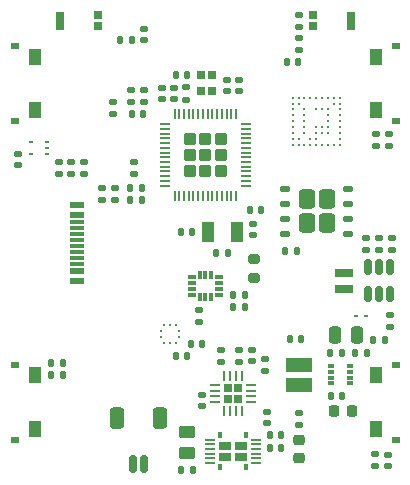
<source format=gtp>
%TF.GenerationSoftware,KiCad,Pcbnew,7.0.2-0*%
%TF.CreationDate,2023-07-17T22:15:49-04:00*%
%TF.ProjectId,ESPWatchS3,45535057-6174-4636-9853-332e6b696361,rev?*%
%TF.SameCoordinates,Original*%
%TF.FileFunction,Paste,Top*%
%TF.FilePolarity,Positive*%
%FSLAX46Y46*%
G04 Gerber Fmt 4.6, Leading zero omitted, Abs format (unit mm)*
G04 Created by KiCad (PCBNEW 7.0.2-0) date 2023-07-17 22:15:49*
%MOMM*%
%LPD*%
G01*
G04 APERTURE LIST*
G04 Aperture macros list*
%AMRoundRect*
0 Rectangle with rounded corners*
0 $1 Rounding radius*
0 $2 $3 $4 $5 $6 $7 $8 $9 X,Y pos of 4 corners*
0 Add a 4 corners polygon primitive as box body*
4,1,4,$2,$3,$4,$5,$6,$7,$8,$9,$2,$3,0*
0 Add four circle primitives for the rounded corners*
1,1,$1+$1,$2,$3*
1,1,$1+$1,$4,$5*
1,1,$1+$1,$6,$7*
1,1,$1+$1,$8,$9*
0 Add four rect primitives between the rounded corners*
20,1,$1+$1,$2,$3,$4,$5,0*
20,1,$1+$1,$4,$5,$6,$7,0*
20,1,$1+$1,$6,$7,$8,$9,0*
20,1,$1+$1,$8,$9,$2,$3,0*%
G04 Aperture macros list end*
%ADD10RoundRect,0.135000X-0.135000X-0.185000X0.135000X-0.185000X0.135000X0.185000X-0.135000X0.185000X0*%
%ADD11RoundRect,0.140000X0.140000X0.170000X-0.140000X0.170000X-0.140000X-0.170000X0.140000X-0.170000X0*%
%ADD12R,1.000000X1.800000*%
%ADD13RoundRect,0.140000X0.170000X-0.140000X0.170000X0.140000X-0.170000X0.140000X-0.170000X-0.140000X0*%
%ADD14R,1.150000X0.600000*%
%ADD15R,1.150000X0.300000*%
%ADD16RoundRect,0.135000X-0.185000X0.135000X-0.185000X-0.135000X0.185000X-0.135000X0.185000X0.135000X0*%
%ADD17R,1.050000X1.450000*%
%ADD18R,0.800000X0.600000*%
%ADD19RoundRect,0.140000X-0.140000X-0.170000X0.140000X-0.170000X0.140000X0.170000X-0.140000X0.170000X0*%
%ADD20C,0.270000*%
%ADD21RoundRect,0.225000X-0.225000X-0.250000X0.225000X-0.250000X0.225000X0.250000X-0.225000X0.250000X0*%
%ADD22R,0.800000X0.650000*%
%ADD23R,0.800000X1.600000*%
%ADD24RoundRect,0.200000X0.275000X-0.200000X0.275000X0.200000X-0.275000X0.200000X-0.275000X-0.200000X0*%
%ADD25RoundRect,0.147500X0.147500X0.172500X-0.147500X0.172500X-0.147500X-0.172500X0.147500X-0.172500X0*%
%ADD26R,0.475000X0.300000*%
%ADD27RoundRect,0.135000X0.185000X-0.135000X0.185000X0.135000X-0.185000X0.135000X-0.185000X-0.135000X0*%
%ADD28RoundRect,0.135000X0.135000X0.185000X-0.135000X0.185000X-0.135000X-0.185000X0.135000X-0.185000X0*%
%ADD29RoundRect,0.150000X-0.150000X0.512500X-0.150000X-0.512500X0.150000X-0.512500X0.150000X0.512500X0*%
%ADD30RoundRect,0.182500X-0.182500X-0.182500X0.182500X-0.182500X0.182500X0.182500X-0.182500X0.182500X0*%
%ADD31RoundRect,0.062500X-0.325000X-0.062500X0.325000X-0.062500X0.325000X0.062500X-0.325000X0.062500X0*%
%ADD32RoundRect,0.062500X-0.062500X-0.325000X0.062500X-0.325000X0.062500X0.325000X-0.062500X0.325000X0*%
%ADD33R,0.350000X0.250000*%
%ADD34RoundRect,0.140000X-0.170000X0.140000X-0.170000X-0.140000X0.170000X-0.140000X0.170000X0.140000X0*%
%ADD35R,0.275000X0.250000*%
%ADD36R,0.250000X0.275000*%
%ADD37R,0.700000X0.750000*%
%ADD38R,1.600000X0.650000*%
%ADD39RoundRect,0.147500X-0.147500X-0.172500X0.147500X-0.172500X0.147500X0.172500X-0.147500X0.172500X0*%
%ADD40R,2.300000X1.200000*%
%ADD41RoundRect,0.250000X-0.250000X-0.475000X0.250000X-0.475000X0.250000X0.475000X-0.250000X0.475000X0*%
%ADD42R,0.200000X0.200000*%
%ADD43O,0.850000X0.200000*%
%ADD44R,0.400000X0.575000*%
%ADD45R,1.100000X0.775000*%
%ADD46RoundRect,0.062500X-0.117500X-0.062500X0.117500X-0.062500X0.117500X0.062500X-0.117500X0.062500X0*%
%ADD47RoundRect,0.031500X-0.263500X-0.143500X0.263500X-0.143500X0.263500X0.143500X-0.263500X0.143500X0*%
%ADD48RoundRect,0.031500X0.143500X-0.263500X0.143500X0.263500X-0.143500X0.263500X-0.143500X-0.263500X0*%
%ADD49RoundRect,0.031500X0.263500X0.143500X-0.263500X0.143500X-0.263500X-0.143500X0.263500X-0.143500X0*%
%ADD50RoundRect,0.031500X-0.143500X0.263500X-0.143500X-0.263500X0.143500X-0.263500X0.143500X0.263500X0*%
%ADD51RoundRect,0.250000X-0.450000X0.262500X-0.450000X-0.262500X0.450000X-0.262500X0.450000X0.262500X0*%
%ADD52RoundRect,0.150000X0.150000X0.625000X-0.150000X0.625000X-0.150000X-0.625000X0.150000X-0.625000X0*%
%ADD53RoundRect,0.250000X0.350000X0.650000X-0.350000X0.650000X-0.350000X-0.650000X0.350000X-0.650000X0*%
%ADD54RoundRect,0.250000X0.435000X0.555000X-0.435000X0.555000X-0.435000X-0.555000X0.435000X-0.555000X0*%
%ADD55RoundRect,0.125000X0.262500X0.125000X-0.262500X0.125000X-0.262500X-0.125000X0.262500X-0.125000X0*%
%ADD56RoundRect,0.218750X0.256250X-0.218750X0.256250X0.218750X-0.256250X0.218750X-0.256250X-0.218750X0*%
%ADD57RoundRect,0.250000X-0.285000X-0.285000X0.285000X-0.285000X0.285000X0.285000X-0.285000X0.285000X0*%
%ADD58RoundRect,0.050000X-0.350000X-0.050000X0.350000X-0.050000X0.350000X0.050000X-0.350000X0.050000X0*%
%ADD59RoundRect,0.050000X-0.050000X-0.350000X0.050000X-0.350000X0.050000X0.350000X-0.050000X0.350000X0*%
G04 APERTURE END LIST*
D10*
X56640000Y-46850000D03*
X57660000Y-46850000D03*
D11*
X52130000Y-45600000D03*
X51170000Y-45600000D03*
D12*
X46700000Y-36600000D03*
X44200000Y-36600000D03*
D13*
X57600000Y-38080000D03*
X57600000Y-37120000D03*
D14*
X33180000Y-34300000D03*
X33180000Y-35100000D03*
D15*
X33180000Y-36250000D03*
X33180000Y-37250000D03*
X33180000Y-37750000D03*
X33180000Y-38750000D03*
D14*
X33180000Y-39900000D03*
X33180000Y-40700000D03*
X33180000Y-40700000D03*
X33180000Y-39900000D03*
D15*
X33180000Y-39250000D03*
X33180000Y-38250000D03*
X33180000Y-36750000D03*
X33180000Y-35750000D03*
D14*
X33180000Y-35100000D03*
X33180000Y-34300000D03*
D16*
X33700000Y-30640000D03*
X33700000Y-31660000D03*
D10*
X44940000Y-38350000D03*
X45960000Y-38350000D03*
D17*
X29575000Y-21725000D03*
X29575000Y-26275000D03*
D18*
X27850000Y-20800000D03*
X27850000Y-27200000D03*
D19*
X49470000Y-53800000D03*
X50430000Y-53800000D03*
D20*
X51400000Y-29200000D03*
X51400000Y-28700000D03*
X51400000Y-28200000D03*
X51400000Y-27700000D03*
X51400000Y-27200000D03*
X51400000Y-26700000D03*
X51400000Y-26200000D03*
X51400000Y-25700000D03*
X51400000Y-25200000D03*
X51900000Y-29200000D03*
X51900000Y-28700000D03*
X51900000Y-25700000D03*
X51900000Y-25200000D03*
X52400000Y-29200000D03*
X52400000Y-28200000D03*
X52400000Y-27700000D03*
X52400000Y-27200000D03*
X52400000Y-26700000D03*
X52400000Y-26200000D03*
X52400000Y-25200000D03*
X52900000Y-29200000D03*
X52900000Y-28700000D03*
X52900000Y-25200000D03*
X53400000Y-29200000D03*
X53400000Y-28700000D03*
X53400000Y-28200000D03*
X53400000Y-27700000D03*
X53400000Y-26200000D03*
X53400000Y-25200000D03*
X53900000Y-29200000D03*
X53900000Y-28200000D03*
X53900000Y-27700000D03*
X53900000Y-26200000D03*
X53900000Y-25200000D03*
X54400000Y-29200000D03*
X54400000Y-28200000D03*
X54400000Y-27700000D03*
X54400000Y-27200000D03*
X54400000Y-26700000D03*
X54400000Y-26200000D03*
X54400000Y-25200000D03*
X54900000Y-29200000D03*
X54900000Y-25700000D03*
X54900000Y-25200000D03*
X55400000Y-29200000D03*
X55400000Y-28700000D03*
X55400000Y-28200000D03*
X55400000Y-27700000D03*
X55400000Y-27200000D03*
X55400000Y-26700000D03*
X55400000Y-26200000D03*
X55400000Y-25700000D03*
X55400000Y-25200000D03*
D21*
X54875000Y-51750000D03*
X56425000Y-51750000D03*
D16*
X38000000Y-30640000D03*
X38000000Y-31660000D03*
D13*
X40300000Y-25330000D03*
X40300000Y-24370000D03*
D22*
X34900000Y-19175000D03*
X34900000Y-18225000D03*
D23*
X31700000Y-18700000D03*
D13*
X41350000Y-25330000D03*
X41350000Y-24370000D03*
D24*
X48100000Y-40475000D03*
X48100000Y-38825000D03*
D25*
X37785000Y-20300000D03*
X36815000Y-20300000D03*
D13*
X58450000Y-29280000D03*
X58450000Y-28320000D03*
D26*
X54612000Y-47900000D03*
X54612000Y-48400000D03*
X54612000Y-48900000D03*
X54612000Y-49400000D03*
X56288000Y-49400000D03*
X56288000Y-48900000D03*
X56288000Y-48400000D03*
X56288000Y-47900000D03*
D10*
X30940000Y-47650000D03*
X31960000Y-47650000D03*
D16*
X59650000Y-43640000D03*
X59650000Y-44660000D03*
D17*
X58425000Y-53275000D03*
X58425000Y-48725000D03*
D18*
X60150000Y-54200000D03*
X60150000Y-47800000D03*
D22*
X53100000Y-19175000D03*
X53100000Y-18225000D03*
D23*
X56300000Y-18700000D03*
D16*
X58400000Y-55390000D03*
X58400000Y-56410000D03*
D19*
X49470000Y-54900000D03*
X50430000Y-54900000D03*
D27*
X36150000Y-26610000D03*
X36150000Y-25590000D03*
D28*
X38610000Y-32850000D03*
X37590000Y-32850000D03*
D13*
X37700000Y-25530000D03*
X37700000Y-24570000D03*
D29*
X59650000Y-39575000D03*
X58700000Y-39575000D03*
X57750000Y-39575000D03*
X57750000Y-41850000D03*
X58700000Y-41850000D03*
X59650000Y-41850000D03*
D30*
X45900000Y-49800000D03*
X45900000Y-50700000D03*
X46800000Y-49800000D03*
X46800000Y-50700000D03*
D31*
X44862500Y-49500000D03*
X44862500Y-50000000D03*
X44862500Y-50500000D03*
X44862500Y-51000000D03*
D32*
X45600000Y-51737500D03*
X46100000Y-51737500D03*
X46600000Y-51737500D03*
X47100000Y-51737500D03*
D31*
X47837500Y-51000000D03*
X47837500Y-50500000D03*
X47837500Y-50000000D03*
X47837500Y-49500000D03*
D32*
X47100000Y-48762500D03*
X46600000Y-48762500D03*
X46100000Y-48762500D03*
X45600000Y-48762500D03*
D33*
X30630000Y-29950000D03*
X30630000Y-29450000D03*
X30630000Y-28950000D03*
X29270000Y-28950000D03*
X29270000Y-29950000D03*
D16*
X59550000Y-28290000D03*
X59550000Y-29310000D03*
D11*
X51880000Y-22200000D03*
X50920000Y-22200000D03*
D34*
X28150000Y-29970000D03*
X28150000Y-30930000D03*
D19*
X46370000Y-42950000D03*
X47330000Y-42950000D03*
D35*
X41762500Y-45500000D03*
X41762500Y-45000000D03*
D36*
X41500000Y-44487500D03*
X41000000Y-44487500D03*
X40500000Y-44487500D03*
D35*
X40237500Y-45000000D03*
X40237500Y-45500000D03*
D36*
X40500000Y-46012500D03*
X41000000Y-46012500D03*
X41500000Y-46012500D03*
D27*
X36350000Y-33910000D03*
X36350000Y-32890000D03*
D11*
X42880000Y-36600000D03*
X41920000Y-36600000D03*
D37*
X44600000Y-24625000D03*
X44600000Y-23275000D03*
X43600000Y-23275000D03*
X43600000Y-24625000D03*
D13*
X45800000Y-24630000D03*
X45800000Y-23670000D03*
X58700000Y-38080000D03*
X58700000Y-37120000D03*
D19*
X42770000Y-46050000D03*
X43730000Y-46050000D03*
D13*
X51900000Y-19180000D03*
X51900000Y-18220000D03*
D38*
X55750000Y-40050000D03*
X55750000Y-41400000D03*
D27*
X35300000Y-33910000D03*
X35300000Y-32890000D03*
D18*
X60150000Y-20800000D03*
X60150000Y-27200000D03*
D17*
X58425000Y-21725000D03*
X58425000Y-26275000D03*
D28*
X38610000Y-33900000D03*
X37590000Y-33900000D03*
D27*
X51950000Y-52910000D03*
X51950000Y-51890000D03*
D11*
X48730000Y-34750000D03*
X47770000Y-34750000D03*
D13*
X48050000Y-36830000D03*
X48050000Y-35870000D03*
D10*
X54590000Y-46850000D03*
X55610000Y-46850000D03*
D19*
X41520000Y-47050000D03*
X42480000Y-47050000D03*
D34*
X43750000Y-50370000D03*
X43750000Y-51330000D03*
D39*
X37765000Y-26550000D03*
X38735000Y-26550000D03*
D13*
X38800000Y-25530000D03*
X38800000Y-24570000D03*
D27*
X45350000Y-47560000D03*
X45350000Y-46540000D03*
D11*
X31930000Y-48700000D03*
X30970000Y-48700000D03*
D40*
X51900000Y-49500000D03*
X51900000Y-47800000D03*
D34*
X32650000Y-30670000D03*
X32650000Y-31630000D03*
D13*
X48000000Y-47530000D03*
X48000000Y-46570000D03*
D27*
X51900000Y-21200000D03*
X51900000Y-20180000D03*
D17*
X29575000Y-48725000D03*
X29575000Y-53275000D03*
D18*
X27850000Y-47800000D03*
X27850000Y-54200000D03*
D27*
X46850000Y-47560000D03*
X46850000Y-46540000D03*
D13*
X38800000Y-20330000D03*
X38800000Y-19370000D03*
D27*
X31600000Y-31660000D03*
X31600000Y-30640000D03*
X49100000Y-48360000D03*
X49100000Y-47340000D03*
D41*
X54950000Y-45300000D03*
X56850000Y-45300000D03*
D13*
X46850000Y-24630000D03*
X46850000Y-23670000D03*
D42*
X48650000Y-56150000D03*
D43*
X48325000Y-56150000D03*
D42*
X48650000Y-55750000D03*
D43*
X48325000Y-55750000D03*
D42*
X48650000Y-55350000D03*
D43*
X48325000Y-55350000D03*
D42*
X48650000Y-54950000D03*
D43*
X48325000Y-54950000D03*
D42*
X48650000Y-54550000D03*
D43*
X48325000Y-54550000D03*
D42*
X48650000Y-54150000D03*
D43*
X48325000Y-54150000D03*
X44375000Y-54150000D03*
D42*
X44050000Y-54150000D03*
D43*
X44375000Y-54550000D03*
D42*
X44050000Y-54550000D03*
D43*
X44375000Y-54950000D03*
D42*
X44050000Y-54950000D03*
D43*
X44375000Y-55350000D03*
D42*
X44050000Y-55350000D03*
D43*
X44375000Y-55750000D03*
D42*
X44050000Y-55750000D03*
D43*
X44375000Y-56150000D03*
D42*
X44050000Y-56150000D03*
D44*
X47450000Y-56515000D03*
X47450000Y-53785000D03*
D45*
X47000000Y-55637500D03*
X47000000Y-54662500D03*
X45700000Y-55637500D03*
X45700000Y-54662500D03*
D44*
X45250000Y-56515000D03*
X45250000Y-53785000D03*
D19*
X50790000Y-38150000D03*
X51750000Y-38150000D03*
X46370000Y-41900000D03*
X47330000Y-41900000D03*
X54620000Y-50450000D03*
X55580000Y-50450000D03*
D13*
X59500000Y-56380000D03*
X59500000Y-55420000D03*
D28*
X42960000Y-56700000D03*
X41940000Y-56700000D03*
D10*
X58240000Y-45750000D03*
X59260000Y-45750000D03*
D46*
X57620000Y-43650000D03*
X56780000Y-43650000D03*
D47*
X42850000Y-40400000D03*
X42850000Y-40900000D03*
X42850000Y-41400000D03*
X42850000Y-41900000D03*
D48*
X43515000Y-42065000D03*
X44015000Y-42065000D03*
X44515000Y-42065000D03*
D49*
X45180000Y-41900000D03*
X45180000Y-41400000D03*
X45180000Y-40900000D03*
X45180000Y-40400000D03*
D50*
X44515000Y-40235000D03*
X44015000Y-40235000D03*
X43515000Y-40235000D03*
D16*
X42400000Y-24340000D03*
X42400000Y-25360000D03*
D34*
X49250000Y-51800000D03*
X49250000Y-52760000D03*
D27*
X59850000Y-38110000D03*
X59850000Y-37090000D03*
D51*
X42450000Y-53487500D03*
X42450000Y-55312500D03*
D52*
X38850000Y-56200000D03*
X37850000Y-56200000D03*
D53*
X40150000Y-52325000D03*
X36550000Y-52325000D03*
D54*
X54300000Y-35800000D03*
X54300000Y-33800000D03*
X52600000Y-35800000D03*
X52600000Y-33800000D03*
D55*
X56112500Y-36705000D03*
X56112500Y-35435000D03*
X56112500Y-34165000D03*
X56112500Y-32895000D03*
X50787500Y-32895000D03*
X50787500Y-34165000D03*
X50787500Y-35435000D03*
X50787500Y-36705000D03*
D34*
X43500000Y-43220000D03*
X43500000Y-44180000D03*
D11*
X42480000Y-23250000D03*
X41520000Y-23250000D03*
D56*
X51950000Y-55737500D03*
X51950000Y-54162500D03*
D57*
X42670000Y-28720000D03*
X42670000Y-30050000D03*
X42670000Y-31380000D03*
X44000000Y-28720000D03*
X44000000Y-30050000D03*
X44000000Y-31380000D03*
X45330000Y-28720000D03*
X45330000Y-30050000D03*
X45330000Y-31380000D03*
D58*
X40550000Y-27450000D03*
X40550000Y-27850000D03*
X40550000Y-28250000D03*
X40550000Y-28650000D03*
X40550000Y-29050000D03*
X40550000Y-29450000D03*
X40550000Y-29850000D03*
X40550000Y-30250000D03*
X40550000Y-30650000D03*
X40550000Y-31050000D03*
X40550000Y-31450000D03*
X40550000Y-31850000D03*
X40550000Y-32250000D03*
X40550000Y-32650000D03*
D59*
X41400000Y-33500000D03*
X41800000Y-33500000D03*
X42200000Y-33500000D03*
X42600000Y-33500000D03*
X43000000Y-33500000D03*
X43400000Y-33500000D03*
X43800000Y-33500000D03*
X44200000Y-33500000D03*
X44600000Y-33500000D03*
X45000000Y-33500000D03*
X45400000Y-33500000D03*
X45800000Y-33500000D03*
X46200000Y-33500000D03*
X46600000Y-33500000D03*
D58*
X47450000Y-32650000D03*
X47450000Y-32250000D03*
X47450000Y-31850000D03*
X47450000Y-31450000D03*
X47450000Y-31050000D03*
X47450000Y-30650000D03*
X47450000Y-30250000D03*
X47450000Y-29850000D03*
X47450000Y-29450000D03*
X47450000Y-29050000D03*
X47450000Y-28650000D03*
X47450000Y-28250000D03*
X47450000Y-27850000D03*
X47450000Y-27450000D03*
D59*
X46600000Y-26600000D03*
X46200000Y-26600000D03*
X45800000Y-26600000D03*
X45400000Y-26600000D03*
X45000000Y-26600000D03*
X44600000Y-26600000D03*
X44200000Y-26600000D03*
X43800000Y-26600000D03*
X43400000Y-26600000D03*
X43000000Y-26600000D03*
X42600000Y-26600000D03*
X42200000Y-26600000D03*
X41800000Y-26600000D03*
X41400000Y-26600000D03*
M02*

</source>
